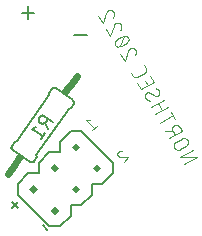
<source format=gbr>
G04 EAGLE Gerber RS-274X export*
G75*
%MOMM*%
%FSLAX34Y34*%
%LPD*%
%INSilkscreen Bottom*%
%IPPOS*%
%AMOC8*
5,1,8,0,0,1.08239X$1,22.5*%
G01*
%ADD10C,0.101600*%
%ADD11C,0.152400*%
%ADD12C,0.609600*%
%ADD13R,0.863600X0.609600*%
%ADD14C,0.127000*%
%ADD15R,0.508000X0.508000*%
%ADD16C,0.076200*%


D10*
X284666Y132774D02*
X295665Y139124D01*
X281138Y138884D01*
X292137Y145234D01*
X286231Y148407D02*
X281343Y145585D01*
X286232Y148407D02*
X286333Y148467D01*
X286432Y148531D01*
X286529Y148599D01*
X286623Y148669D01*
X286716Y148743D01*
X286805Y148819D01*
X286892Y148899D01*
X286977Y148981D01*
X287058Y149066D01*
X287137Y149154D01*
X287212Y149245D01*
X287285Y149338D01*
X287354Y149433D01*
X287420Y149531D01*
X287483Y149630D01*
X287543Y149732D01*
X287599Y149836D01*
X287651Y149941D01*
X287701Y150049D01*
X287746Y150157D01*
X287788Y150268D01*
X287826Y150379D01*
X287860Y150492D01*
X287891Y150606D01*
X287917Y150721D01*
X287940Y150836D01*
X287959Y150953D01*
X287974Y151070D01*
X287985Y151187D01*
X287992Y151305D01*
X287996Y151423D01*
X287995Y151541D01*
X287991Y151658D01*
X287982Y151776D01*
X287970Y151893D01*
X287953Y152010D01*
X287933Y152126D01*
X287909Y152242D01*
X287881Y152356D01*
X287849Y152470D01*
X287813Y152582D01*
X287774Y152693D01*
X287731Y152803D01*
X287685Y152911D01*
X287634Y153018D01*
X287581Y153123D01*
X287523Y153226D01*
X287463Y153327D01*
X287399Y153426D01*
X287331Y153523D01*
X287261Y153617D01*
X287187Y153710D01*
X287111Y153799D01*
X287031Y153886D01*
X286949Y153971D01*
X286864Y154052D01*
X286776Y154131D01*
X286685Y154206D01*
X286592Y154279D01*
X286497Y154348D01*
X286399Y154414D01*
X286300Y154477D01*
X286198Y154537D01*
X286094Y154593D01*
X285989Y154645D01*
X285881Y154695D01*
X285773Y154740D01*
X285662Y154782D01*
X285551Y154820D01*
X285438Y154854D01*
X285324Y154885D01*
X285209Y154911D01*
X285094Y154934D01*
X284977Y154953D01*
X284860Y154968D01*
X284743Y154979D01*
X284625Y154986D01*
X284507Y154990D01*
X284389Y154989D01*
X284272Y154985D01*
X284154Y154976D01*
X284037Y154964D01*
X283920Y154947D01*
X283804Y154927D01*
X283688Y154903D01*
X283574Y154875D01*
X283460Y154843D01*
X283348Y154807D01*
X283237Y154768D01*
X283127Y154725D01*
X283019Y154679D01*
X282912Y154628D01*
X282807Y154575D01*
X282704Y154517D01*
X277815Y151695D01*
X277714Y151635D01*
X277615Y151571D01*
X277518Y151503D01*
X277424Y151433D01*
X277331Y151359D01*
X277242Y151283D01*
X277155Y151203D01*
X277070Y151121D01*
X276989Y151036D01*
X276910Y150948D01*
X276835Y150857D01*
X276762Y150764D01*
X276693Y150669D01*
X276627Y150571D01*
X276564Y150472D01*
X276504Y150370D01*
X276448Y150266D01*
X276396Y150161D01*
X276346Y150053D01*
X276301Y149945D01*
X276259Y149834D01*
X276221Y149723D01*
X276187Y149610D01*
X276156Y149496D01*
X276130Y149381D01*
X276107Y149266D01*
X276088Y149149D01*
X276073Y149032D01*
X276062Y148915D01*
X276055Y148797D01*
X276051Y148679D01*
X276052Y148561D01*
X276056Y148444D01*
X276065Y148326D01*
X276077Y148209D01*
X276094Y148092D01*
X276114Y147976D01*
X276138Y147860D01*
X276166Y147746D01*
X276198Y147632D01*
X276234Y147520D01*
X276273Y147409D01*
X276316Y147299D01*
X276362Y147191D01*
X276413Y147084D01*
X276466Y146979D01*
X276524Y146876D01*
X276584Y146775D01*
X276648Y146676D01*
X276716Y146579D01*
X276786Y146485D01*
X276860Y146392D01*
X276936Y146303D01*
X277016Y146216D01*
X277098Y146131D01*
X277183Y146050D01*
X277271Y145971D01*
X277362Y145896D01*
X277455Y145823D01*
X277550Y145754D01*
X277648Y145688D01*
X277747Y145625D01*
X277849Y145565D01*
X277953Y145509D01*
X278058Y145457D01*
X278166Y145407D01*
X278274Y145362D01*
X278385Y145320D01*
X278496Y145282D01*
X278609Y145248D01*
X278723Y145217D01*
X278838Y145191D01*
X278953Y145168D01*
X279070Y145149D01*
X279187Y145134D01*
X279304Y145123D01*
X279422Y145116D01*
X279540Y145112D01*
X279658Y145113D01*
X279775Y145117D01*
X279893Y145126D01*
X280010Y145138D01*
X280127Y145155D01*
X280243Y145175D01*
X280359Y145199D01*
X280473Y145227D01*
X280587Y145259D01*
X280699Y145295D01*
X280810Y145334D01*
X280920Y145377D01*
X281028Y145423D01*
X281135Y145474D01*
X281240Y145527D01*
X281343Y145585D01*
X271872Y154934D02*
X282870Y161284D01*
X281107Y164339D01*
X281106Y164339D02*
X281046Y164440D01*
X280982Y164539D01*
X280914Y164636D01*
X280844Y164731D01*
X280770Y164823D01*
X280694Y164912D01*
X280614Y164999D01*
X280532Y165084D01*
X280447Y165165D01*
X280359Y165244D01*
X280268Y165319D01*
X280175Y165392D01*
X280080Y165461D01*
X279982Y165527D01*
X279883Y165590D01*
X279781Y165650D01*
X279677Y165706D01*
X279572Y165758D01*
X279464Y165808D01*
X279356Y165853D01*
X279245Y165895D01*
X279134Y165933D01*
X279021Y165967D01*
X278907Y165998D01*
X278792Y166024D01*
X278677Y166047D01*
X278560Y166066D01*
X278443Y166081D01*
X278326Y166092D01*
X278208Y166099D01*
X278090Y166103D01*
X277972Y166102D01*
X277855Y166098D01*
X277737Y166089D01*
X277620Y166077D01*
X277503Y166060D01*
X277387Y166040D01*
X277271Y166016D01*
X277157Y165988D01*
X277043Y165956D01*
X276931Y165920D01*
X276820Y165881D01*
X276710Y165838D01*
X276602Y165792D01*
X276495Y165741D01*
X276390Y165688D01*
X276287Y165630D01*
X276186Y165570D01*
X276087Y165506D01*
X275990Y165438D01*
X275896Y165368D01*
X275803Y165294D01*
X275714Y165218D01*
X275627Y165138D01*
X275542Y165056D01*
X275461Y164971D01*
X275382Y164883D01*
X275307Y164792D01*
X275234Y164699D01*
X275165Y164604D01*
X275099Y164506D01*
X275036Y164407D01*
X274976Y164305D01*
X274920Y164201D01*
X274868Y164096D01*
X274818Y163988D01*
X274773Y163880D01*
X274731Y163769D01*
X274693Y163658D01*
X274659Y163545D01*
X274628Y163431D01*
X274602Y163316D01*
X274579Y163201D01*
X274560Y163084D01*
X274545Y162967D01*
X274534Y162850D01*
X274527Y162732D01*
X274523Y162614D01*
X274524Y162496D01*
X274528Y162379D01*
X274537Y162261D01*
X274549Y162144D01*
X274566Y162027D01*
X274586Y161911D01*
X274610Y161795D01*
X274638Y161681D01*
X274670Y161567D01*
X274706Y161455D01*
X274745Y161344D01*
X274788Y161234D01*
X274834Y161126D01*
X274885Y161019D01*
X274938Y160914D01*
X274996Y160811D01*
X276760Y157756D01*
X274643Y161422D02*
X268344Y161044D01*
X264386Y167901D02*
X275384Y174251D01*
X273620Y177306D02*
X277148Y171195D01*
X271182Y181530D02*
X260183Y175180D01*
X266293Y178707D02*
X262766Y184818D01*
X267654Y187640D02*
X256655Y181290D01*
X251894Y189536D02*
X251843Y189628D01*
X251795Y189723D01*
X251751Y189818D01*
X251711Y189916D01*
X251674Y190015D01*
X251641Y190115D01*
X251612Y190217D01*
X251587Y190319D01*
X251565Y190422D01*
X251548Y190526D01*
X251534Y190631D01*
X251524Y190736D01*
X251518Y190841D01*
X251516Y190947D01*
X251518Y191053D01*
X251524Y191158D01*
X251534Y191263D01*
X251548Y191368D01*
X251565Y191472D01*
X251587Y191575D01*
X251612Y191677D01*
X251641Y191779D01*
X251674Y191879D01*
X251711Y191978D01*
X251751Y192076D01*
X251795Y192171D01*
X251843Y192266D01*
X251894Y192358D01*
X251949Y192448D01*
X252006Y192537D01*
X252067Y192623D01*
X252132Y192706D01*
X252199Y192788D01*
X252269Y192866D01*
X252343Y192942D01*
X252419Y193016D01*
X252497Y193086D01*
X252579Y193153D01*
X252662Y193218D01*
X252748Y193279D01*
X252837Y193336D01*
X252927Y193391D01*
X251894Y189536D02*
X251971Y189405D01*
X252052Y189277D01*
X252136Y189151D01*
X252224Y189026D01*
X252314Y188904D01*
X252408Y188785D01*
X252504Y188668D01*
X252604Y188553D01*
X252706Y188441D01*
X252811Y188331D01*
X252919Y188224D01*
X253030Y188120D01*
X253143Y188019D01*
X253259Y187921D01*
X253377Y187826D01*
X253498Y187734D01*
X253621Y187645D01*
X253746Y187559D01*
X253874Y187476D01*
X254003Y187397D01*
X254134Y187320D01*
X254268Y187248D01*
X254403Y187178D01*
X254540Y187113D01*
X254678Y187050D01*
X254818Y186991D01*
X254960Y186936D01*
X255102Y186885D01*
X255246Y186837D01*
X255392Y186792D01*
X255538Y186752D01*
X262389Y191115D02*
X262479Y191169D01*
X262568Y191227D01*
X262654Y191288D01*
X262737Y191353D01*
X262819Y191420D01*
X262897Y191490D01*
X262973Y191563D01*
X263047Y191640D01*
X263117Y191718D01*
X263184Y191799D01*
X263249Y191883D01*
X263310Y191969D01*
X263367Y192058D01*
X263422Y192148D01*
X263473Y192240D01*
X263521Y192335D01*
X263565Y192430D01*
X263605Y192528D01*
X263642Y192627D01*
X263675Y192727D01*
X263704Y192829D01*
X263729Y192931D01*
X263751Y193034D01*
X263768Y193138D01*
X263782Y193243D01*
X263792Y193348D01*
X263798Y193454D01*
X263800Y193559D01*
X263798Y193665D01*
X263792Y193770D01*
X263782Y193875D01*
X263768Y193980D01*
X263751Y194084D01*
X263729Y194187D01*
X263704Y194289D01*
X263675Y194391D01*
X263642Y194491D01*
X263605Y194590D01*
X263564Y194688D01*
X263520Y194784D01*
X263473Y194878D01*
X263422Y194970D01*
X263422Y194969D02*
X263349Y195091D01*
X263273Y195211D01*
X263194Y195329D01*
X263112Y195445D01*
X263027Y195558D01*
X262939Y195669D01*
X262848Y195778D01*
X262754Y195884D01*
X262657Y195988D01*
X262557Y196089D01*
X262455Y196187D01*
X262350Y196282D01*
X262243Y196375D01*
X262133Y196465D01*
X262021Y196552D01*
X261906Y196636D01*
X261789Y196716D01*
X261671Y196794D01*
X261550Y196868D01*
X261427Y196939D01*
X261302Y197007D01*
X261176Y197071D01*
X261048Y197132D01*
X260918Y197190D01*
X259545Y191102D02*
X259639Y191052D01*
X259734Y191005D01*
X259831Y190961D01*
X259929Y190921D01*
X260029Y190885D01*
X260130Y190852D01*
X260233Y190824D01*
X260336Y190799D01*
X260440Y190778D01*
X260545Y190761D01*
X260651Y190747D01*
X260756Y190738D01*
X260862Y190733D01*
X260969Y190731D01*
X261075Y190733D01*
X261181Y190740D01*
X261287Y190750D01*
X261392Y190764D01*
X261497Y190783D01*
X261601Y190804D01*
X261704Y190830D01*
X261806Y190860D01*
X261907Y190893D01*
X262006Y190930D01*
X262105Y190971D01*
X262201Y191016D01*
X262296Y191064D01*
X262389Y191115D01*
X255771Y193404D02*
X255677Y193454D01*
X255582Y193501D01*
X255485Y193545D01*
X255387Y193585D01*
X255287Y193621D01*
X255186Y193654D01*
X255083Y193682D01*
X254980Y193707D01*
X254876Y193728D01*
X254771Y193745D01*
X254665Y193759D01*
X254560Y193768D01*
X254454Y193773D01*
X254347Y193775D01*
X254241Y193773D01*
X254135Y193766D01*
X254029Y193756D01*
X253924Y193742D01*
X253819Y193724D01*
X253715Y193702D01*
X253612Y193676D01*
X253510Y193646D01*
X253409Y193613D01*
X253310Y193576D01*
X253211Y193535D01*
X253115Y193490D01*
X253020Y193442D01*
X252927Y193391D01*
X255771Y193404D02*
X259545Y191102D01*
X247827Y196581D02*
X245005Y201469D01*
X247827Y196581D02*
X258826Y202931D01*
X256003Y207819D01*
X251821Y203775D02*
X253937Y200109D01*
X241301Y207883D02*
X239890Y210328D01*
X241302Y207884D02*
X241357Y207794D01*
X241414Y207705D01*
X241475Y207619D01*
X241540Y207536D01*
X241607Y207454D01*
X241677Y207376D01*
X241751Y207300D01*
X241827Y207226D01*
X241905Y207156D01*
X241987Y207089D01*
X242070Y207024D01*
X242156Y206963D01*
X242245Y206906D01*
X242335Y206851D01*
X242427Y206800D01*
X242522Y206752D01*
X242618Y206708D01*
X242715Y206668D01*
X242814Y206631D01*
X242914Y206598D01*
X243016Y206569D01*
X243118Y206544D01*
X243221Y206522D01*
X243325Y206505D01*
X243430Y206491D01*
X243535Y206481D01*
X243640Y206475D01*
X243746Y206473D01*
X243852Y206475D01*
X243957Y206481D01*
X244062Y206491D01*
X244167Y206505D01*
X244271Y206522D01*
X244374Y206544D01*
X244476Y206569D01*
X244578Y206598D01*
X244678Y206631D01*
X244777Y206668D01*
X244875Y206708D01*
X244970Y206752D01*
X245065Y206800D01*
X245157Y206851D01*
X245157Y206850D02*
X251267Y210378D01*
X251357Y210433D01*
X251446Y210490D01*
X251532Y210551D01*
X251615Y210616D01*
X251697Y210683D01*
X251775Y210753D01*
X251851Y210827D01*
X251925Y210903D01*
X251995Y210981D01*
X252062Y211063D01*
X252127Y211146D01*
X252188Y211232D01*
X252245Y211321D01*
X252300Y211411D01*
X252351Y211503D01*
X252399Y211598D01*
X252443Y211693D01*
X252483Y211791D01*
X252520Y211890D01*
X252553Y211990D01*
X252582Y212092D01*
X252607Y212194D01*
X252629Y212297D01*
X252646Y212401D01*
X252660Y212506D01*
X252670Y212611D01*
X252676Y212716D01*
X252678Y212822D01*
X252676Y212927D01*
X252670Y213033D01*
X252660Y213138D01*
X252646Y213243D01*
X252629Y213347D01*
X252607Y213450D01*
X252582Y213552D01*
X252553Y213654D01*
X252520Y213754D01*
X252483Y213853D01*
X252443Y213950D01*
X252399Y214046D01*
X252351Y214141D01*
X252300Y214233D01*
X250889Y216678D01*
X243319Y229791D02*
X243262Y229886D01*
X243201Y229978D01*
X243138Y230069D01*
X243071Y230158D01*
X243001Y230244D01*
X242928Y230328D01*
X242853Y230409D01*
X242775Y230487D01*
X242693Y230563D01*
X242610Y230635D01*
X242524Y230705D01*
X242435Y230772D01*
X242344Y230835D01*
X242251Y230896D01*
X242156Y230953D01*
X242060Y231006D01*
X241961Y231057D01*
X241860Y231104D01*
X241758Y231147D01*
X241655Y231187D01*
X241550Y231223D01*
X241444Y231255D01*
X241337Y231284D01*
X241229Y231309D01*
X241120Y231330D01*
X241011Y231347D01*
X240901Y231361D01*
X240790Y231370D01*
X240680Y231376D01*
X240569Y231378D01*
X240458Y231376D01*
X240348Y231370D01*
X240237Y231361D01*
X240127Y231347D01*
X240018Y231330D01*
X239909Y231309D01*
X239801Y231284D01*
X239694Y231255D01*
X239588Y231223D01*
X239483Y231187D01*
X239380Y231147D01*
X239278Y231104D01*
X239177Y231057D01*
X239078Y231006D01*
X238982Y230953D01*
X243318Y229791D02*
X243379Y229681D01*
X243437Y229570D01*
X243491Y229457D01*
X243542Y229343D01*
X243589Y229227D01*
X243632Y229110D01*
X243672Y228991D01*
X243708Y228871D01*
X243741Y228750D01*
X243769Y228629D01*
X243794Y228506D01*
X243816Y228383D01*
X243833Y228259D01*
X243847Y228135D01*
X243857Y228010D01*
X243863Y227885D01*
X243865Y227760D01*
X243863Y227635D01*
X243858Y227510D01*
X243849Y227385D01*
X243835Y227260D01*
X243818Y227137D01*
X243798Y227013D01*
X243773Y226890D01*
X243745Y226769D01*
X243713Y226648D01*
X243677Y226528D01*
X243638Y226409D01*
X243595Y226291D01*
X243548Y226175D01*
X243498Y226061D01*
X243445Y225948D01*
X243388Y225836D01*
X243327Y225727D01*
X243263Y225619D01*
X243196Y225513D01*
X243126Y225410D01*
X243053Y225308D01*
X242976Y225209D01*
X242897Y225113D01*
X242815Y225019D01*
X237372Y228801D02*
X237401Y228913D01*
X237433Y229023D01*
X237470Y229132D01*
X237510Y229240D01*
X237554Y229347D01*
X237601Y229452D01*
X237651Y229555D01*
X237706Y229656D01*
X237763Y229756D01*
X237824Y229854D01*
X237888Y229949D01*
X237956Y230042D01*
X238026Y230133D01*
X238100Y230222D01*
X238176Y230308D01*
X238256Y230391D01*
X238338Y230472D01*
X238422Y230550D01*
X238510Y230625D01*
X238600Y230697D01*
X238692Y230766D01*
X238786Y230831D01*
X238883Y230894D01*
X238981Y230953D01*
X237372Y228801D02*
X234260Y220080D01*
X230732Y226190D01*
X233587Y233945D02*
X233802Y234073D01*
X234014Y234205D01*
X234222Y234343D01*
X234427Y234485D01*
X234629Y234633D01*
X234827Y234785D01*
X235022Y234942D01*
X235212Y235103D01*
X235399Y235269D01*
X235582Y235440D01*
X235761Y235614D01*
X235935Y235793D01*
X236105Y235976D01*
X236271Y236163D01*
X236432Y236354D01*
X236588Y236549D01*
X236740Y236747D01*
X236887Y236949D01*
X237030Y237155D01*
X237030Y237154D02*
X237095Y237232D01*
X237157Y237312D01*
X237216Y237394D01*
X237272Y237479D01*
X237324Y237566D01*
X237373Y237654D01*
X237418Y237745D01*
X237460Y237837D01*
X237498Y237931D01*
X237533Y238026D01*
X237564Y238122D01*
X237591Y238220D01*
X237614Y238318D01*
X237633Y238418D01*
X237649Y238518D01*
X237661Y238618D01*
X237669Y238719D01*
X237673Y238820D01*
X237672Y238921D01*
X237669Y239022D01*
X237661Y239123D01*
X237649Y239224D01*
X237633Y239324D01*
X237614Y239423D01*
X237590Y239522D01*
X237563Y239619D01*
X237532Y239716D01*
X237498Y239811D01*
X237459Y239904D01*
X237418Y239996D01*
X237372Y240087D01*
X237323Y240176D01*
X237271Y240262D01*
X237215Y240347D01*
X237156Y240429D01*
X237094Y240509D01*
X237029Y240587D01*
X236961Y240662D01*
X236891Y240734D01*
X236817Y240803D01*
X236741Y240870D01*
X236662Y240933D01*
X236581Y240994D01*
X236497Y241051D01*
X236412Y241105D01*
X236324Y241156D01*
X236235Y241203D01*
X236143Y241247D01*
X236050Y241287D01*
X235956Y241323D01*
X235860Y241356D01*
X235763Y241385D01*
X235665Y241410D01*
X235566Y241432D01*
X235467Y241449D01*
X235366Y241463D01*
X235266Y241473D01*
X235165Y241479D01*
X235063Y241481D01*
X234962Y241479D01*
X234861Y241473D01*
X234760Y241464D01*
X234660Y241450D01*
X234561Y241432D01*
X234560Y241432D02*
X234311Y241412D01*
X234062Y241386D01*
X233815Y241353D01*
X233568Y241315D01*
X233322Y241271D01*
X233077Y241221D01*
X232834Y241165D01*
X232591Y241104D01*
X232351Y241036D01*
X232112Y240963D01*
X231875Y240884D01*
X231640Y240800D01*
X231406Y240710D01*
X231176Y240614D01*
X230947Y240513D01*
X230721Y240407D01*
X230498Y240295D01*
X230277Y240178D01*
X230059Y240056D01*
X233587Y233945D02*
X233370Y233823D01*
X233149Y233706D01*
X232925Y233594D01*
X232699Y233488D01*
X232471Y233387D01*
X232240Y233291D01*
X232007Y233201D01*
X231772Y233117D01*
X231535Y233038D01*
X231296Y232965D01*
X231055Y232897D01*
X230813Y232836D01*
X230569Y232780D01*
X230324Y232730D01*
X230079Y232686D01*
X229832Y232648D01*
X229584Y232616D01*
X229335Y232589D01*
X229086Y232569D01*
X229087Y232568D02*
X228987Y232550D01*
X228887Y232536D01*
X228786Y232527D01*
X228685Y232521D01*
X228584Y232519D01*
X228482Y232521D01*
X228381Y232527D01*
X228281Y232537D01*
X228180Y232551D01*
X228081Y232568D01*
X227982Y232590D01*
X227884Y232615D01*
X227787Y232644D01*
X227691Y232677D01*
X227597Y232713D01*
X227504Y232753D01*
X227413Y232797D01*
X227323Y232844D01*
X227235Y232895D01*
X227150Y232949D01*
X227066Y233006D01*
X226985Y233067D01*
X226906Y233130D01*
X226830Y233197D01*
X226756Y233266D01*
X226686Y233338D01*
X226618Y233413D01*
X226553Y233491D01*
X226491Y233571D01*
X226432Y233653D01*
X226376Y233738D01*
X226324Y233824D01*
X226616Y236845D02*
X226759Y237051D01*
X226906Y237253D01*
X227058Y237451D01*
X227214Y237646D01*
X227375Y237837D01*
X227541Y238024D01*
X227711Y238207D01*
X227885Y238386D01*
X228064Y238560D01*
X228247Y238731D01*
X228434Y238897D01*
X228624Y239058D01*
X228819Y239215D01*
X229017Y239367D01*
X229219Y239515D01*
X229424Y239657D01*
X229632Y239795D01*
X229844Y239927D01*
X230059Y240055D01*
X226617Y236846D02*
X226552Y236768D01*
X226490Y236688D01*
X226431Y236606D01*
X226375Y236521D01*
X226323Y236434D01*
X226274Y236346D01*
X226229Y236255D01*
X226187Y236163D01*
X226149Y236069D01*
X226114Y235974D01*
X226083Y235878D01*
X226056Y235780D01*
X226033Y235682D01*
X226014Y235582D01*
X225998Y235482D01*
X225986Y235382D01*
X225978Y235281D01*
X225974Y235180D01*
X225975Y235079D01*
X225978Y234978D01*
X225986Y234877D01*
X225998Y234776D01*
X226014Y234676D01*
X226033Y234577D01*
X226057Y234478D01*
X226084Y234381D01*
X226115Y234284D01*
X226149Y234189D01*
X226188Y234096D01*
X226230Y234003D01*
X226275Y233913D01*
X226324Y233824D01*
X230179Y232792D02*
X233467Y241208D01*
X230974Y251172D02*
X230917Y251267D01*
X230856Y251359D01*
X230793Y251450D01*
X230726Y251539D01*
X230656Y251625D01*
X230583Y251709D01*
X230508Y251790D01*
X230430Y251868D01*
X230348Y251944D01*
X230265Y252016D01*
X230179Y252086D01*
X230090Y252153D01*
X229999Y252216D01*
X229906Y252277D01*
X229811Y252334D01*
X229715Y252387D01*
X229616Y252438D01*
X229515Y252485D01*
X229413Y252528D01*
X229310Y252568D01*
X229205Y252604D01*
X229099Y252636D01*
X228992Y252665D01*
X228884Y252690D01*
X228775Y252711D01*
X228666Y252728D01*
X228556Y252742D01*
X228445Y252751D01*
X228335Y252757D01*
X228224Y252759D01*
X228113Y252757D01*
X228003Y252751D01*
X227892Y252742D01*
X227782Y252728D01*
X227673Y252711D01*
X227564Y252690D01*
X227456Y252665D01*
X227349Y252636D01*
X227243Y252604D01*
X227138Y252568D01*
X227035Y252528D01*
X226933Y252485D01*
X226832Y252438D01*
X226733Y252387D01*
X226637Y252334D01*
X230974Y251172D02*
X231035Y251062D01*
X231093Y250951D01*
X231147Y250838D01*
X231198Y250724D01*
X231245Y250608D01*
X231288Y250491D01*
X231328Y250372D01*
X231364Y250252D01*
X231397Y250131D01*
X231425Y250010D01*
X231450Y249887D01*
X231472Y249764D01*
X231489Y249640D01*
X231503Y249516D01*
X231513Y249391D01*
X231519Y249266D01*
X231521Y249141D01*
X231519Y249016D01*
X231514Y248891D01*
X231505Y248766D01*
X231491Y248641D01*
X231474Y248518D01*
X231454Y248394D01*
X231429Y248271D01*
X231401Y248150D01*
X231369Y248029D01*
X231333Y247909D01*
X231294Y247790D01*
X231251Y247672D01*
X231204Y247556D01*
X231154Y247442D01*
X231101Y247329D01*
X231044Y247217D01*
X230983Y247108D01*
X230919Y247000D01*
X230852Y246894D01*
X230782Y246791D01*
X230709Y246689D01*
X230632Y246590D01*
X230553Y246494D01*
X230471Y246400D01*
X225027Y250182D02*
X225056Y250294D01*
X225088Y250404D01*
X225125Y250513D01*
X225165Y250621D01*
X225209Y250728D01*
X225256Y250833D01*
X225306Y250936D01*
X225361Y251037D01*
X225418Y251137D01*
X225479Y251235D01*
X225543Y251330D01*
X225611Y251423D01*
X225681Y251514D01*
X225755Y251603D01*
X225831Y251689D01*
X225911Y251772D01*
X225993Y251853D01*
X226077Y251931D01*
X226165Y252006D01*
X226255Y252078D01*
X226347Y252147D01*
X226441Y252212D01*
X226538Y252275D01*
X226636Y252334D01*
X225027Y250182D02*
X221916Y241461D01*
X218388Y247571D01*
X220465Y263024D02*
X220561Y263077D01*
X220660Y263128D01*
X220761Y263175D01*
X220863Y263218D01*
X220966Y263258D01*
X221071Y263294D01*
X221177Y263326D01*
X221284Y263355D01*
X221392Y263380D01*
X221501Y263401D01*
X221610Y263418D01*
X221720Y263432D01*
X221831Y263441D01*
X221941Y263447D01*
X222052Y263449D01*
X222163Y263447D01*
X222273Y263441D01*
X222384Y263432D01*
X222494Y263418D01*
X222603Y263401D01*
X222712Y263380D01*
X222820Y263355D01*
X222927Y263326D01*
X223033Y263294D01*
X223138Y263258D01*
X223241Y263218D01*
X223343Y263175D01*
X223444Y263128D01*
X223543Y263077D01*
X223639Y263024D01*
X223734Y262967D01*
X223827Y262906D01*
X223918Y262843D01*
X224007Y262776D01*
X224093Y262706D01*
X224176Y262634D01*
X224258Y262558D01*
X224336Y262480D01*
X224411Y262399D01*
X224484Y262315D01*
X224554Y262229D01*
X224621Y262140D01*
X224684Y262049D01*
X224745Y261957D01*
X224802Y261862D01*
X224863Y261752D01*
X224921Y261641D01*
X224975Y261528D01*
X225026Y261414D01*
X225073Y261298D01*
X225116Y261181D01*
X225156Y261062D01*
X225192Y260942D01*
X225225Y260821D01*
X225253Y260700D01*
X225278Y260577D01*
X225300Y260454D01*
X225317Y260330D01*
X225331Y260206D01*
X225341Y260081D01*
X225347Y259956D01*
X225349Y259831D01*
X225347Y259706D01*
X225342Y259581D01*
X225333Y259456D01*
X225319Y259331D01*
X225302Y259208D01*
X225282Y259084D01*
X225257Y258961D01*
X225229Y258840D01*
X225197Y258719D01*
X225161Y258599D01*
X225122Y258480D01*
X225079Y258362D01*
X225032Y258246D01*
X224982Y258132D01*
X224929Y258019D01*
X224872Y257907D01*
X224811Y257798D01*
X224747Y257690D01*
X224680Y257584D01*
X224610Y257481D01*
X224537Y257379D01*
X224460Y257280D01*
X224381Y257184D01*
X224299Y257090D01*
X218855Y260872D02*
X218884Y260984D01*
X218916Y261094D01*
X218953Y261203D01*
X218993Y261311D01*
X219037Y261418D01*
X219084Y261523D01*
X219134Y261626D01*
X219189Y261727D01*
X219246Y261827D01*
X219307Y261925D01*
X219371Y262020D01*
X219439Y262113D01*
X219509Y262204D01*
X219583Y262293D01*
X219659Y262379D01*
X219739Y262462D01*
X219821Y262543D01*
X219905Y262621D01*
X219993Y262696D01*
X220083Y262768D01*
X220175Y262837D01*
X220269Y262902D01*
X220366Y262965D01*
X220464Y263024D01*
X218855Y260872D02*
X215744Y252151D01*
X212216Y258261D01*
D11*
X202438Y242034D02*
X191601Y242034D01*
X157988Y261084D02*
X147151Y261084D01*
X152569Y255665D02*
X152569Y266502D01*
D12*
X194238Y207729D02*
X188410Y199406D01*
X141790Y132826D02*
X135962Y124503D01*
D11*
X154171Y135008D02*
X154254Y134953D01*
X154339Y134900D01*
X154426Y134852D01*
X154515Y134806D01*
X154605Y134764D01*
X154697Y134726D01*
X154791Y134691D01*
X154885Y134660D01*
X154981Y134633D01*
X155078Y134609D01*
X155176Y134590D01*
X155274Y134574D01*
X155374Y134562D01*
X155473Y134554D01*
X155573Y134550D01*
X155672Y134549D01*
X155772Y134553D01*
X155871Y134561D01*
X155971Y134572D01*
X156069Y134588D01*
X156167Y134607D01*
X156264Y134630D01*
X156360Y134657D01*
X156455Y134687D01*
X156549Y134722D01*
X156641Y134760D01*
X156731Y134801D01*
X156820Y134846D01*
X156908Y134895D01*
X156993Y134947D01*
X157076Y135002D01*
X157157Y135060D01*
X157235Y135122D01*
X157311Y135187D01*
X157384Y135254D01*
X157455Y135325D01*
X157523Y135398D01*
X157588Y135473D01*
X157650Y135552D01*
X157709Y135632D01*
X139607Y145207D02*
X139527Y145266D01*
X139448Y145328D01*
X139373Y145393D01*
X139300Y145461D01*
X139229Y145532D01*
X139162Y145605D01*
X139097Y145681D01*
X139035Y145759D01*
X138977Y145840D01*
X138922Y145923D01*
X138870Y146008D01*
X138821Y146096D01*
X138776Y146185D01*
X138735Y146275D01*
X138697Y146367D01*
X138662Y146461D01*
X138632Y146556D01*
X138605Y146652D01*
X138582Y146749D01*
X138563Y146847D01*
X138547Y146945D01*
X138536Y147045D01*
X138528Y147144D01*
X138524Y147244D01*
X138525Y147343D01*
X138529Y147443D01*
X138537Y147542D01*
X138549Y147642D01*
X138565Y147740D01*
X138584Y147838D01*
X138608Y147935D01*
X138635Y148031D01*
X138666Y148125D01*
X138701Y148219D01*
X138739Y148311D01*
X138781Y148401D01*
X138827Y148490D01*
X138875Y148577D01*
X138928Y148662D01*
X138983Y148745D01*
X172491Y196600D02*
X172550Y196680D01*
X172612Y196759D01*
X172677Y196834D01*
X172745Y196907D01*
X172816Y196978D01*
X172889Y197045D01*
X172965Y197110D01*
X173043Y197172D01*
X173124Y197230D01*
X173207Y197285D01*
X173292Y197337D01*
X173380Y197386D01*
X173469Y197431D01*
X173559Y197472D01*
X173651Y197510D01*
X173745Y197545D01*
X173840Y197575D01*
X173936Y197602D01*
X174033Y197625D01*
X174131Y197644D01*
X174229Y197660D01*
X174329Y197671D01*
X174428Y197679D01*
X174528Y197683D01*
X174627Y197682D01*
X174727Y197678D01*
X174826Y197670D01*
X174926Y197658D01*
X175024Y197642D01*
X175122Y197623D01*
X175219Y197599D01*
X175315Y197572D01*
X175409Y197541D01*
X175503Y197506D01*
X175595Y197468D01*
X175685Y197426D01*
X175774Y197380D01*
X175861Y197332D01*
X175946Y197279D01*
X176029Y197224D01*
X190593Y187025D02*
X190673Y186966D01*
X190752Y186904D01*
X190827Y186839D01*
X190900Y186771D01*
X190971Y186700D01*
X191038Y186627D01*
X191103Y186551D01*
X191165Y186473D01*
X191223Y186392D01*
X191278Y186309D01*
X191330Y186224D01*
X191379Y186136D01*
X191424Y186047D01*
X191465Y185957D01*
X191503Y185865D01*
X191538Y185771D01*
X191568Y185676D01*
X191595Y185580D01*
X191618Y185483D01*
X191637Y185385D01*
X191653Y185287D01*
X191664Y185187D01*
X191672Y185088D01*
X191676Y184988D01*
X191675Y184889D01*
X191671Y184789D01*
X191663Y184690D01*
X191651Y184590D01*
X191635Y184492D01*
X191616Y184394D01*
X191592Y184297D01*
X191565Y184201D01*
X191534Y184107D01*
X191499Y184013D01*
X191461Y183921D01*
X191419Y183831D01*
X191373Y183742D01*
X191325Y183655D01*
X191272Y183570D01*
X191217Y183487D01*
X154171Y135009D02*
X139607Y145207D01*
X157709Y135633D02*
X159894Y138754D01*
X159582Y140522D01*
X141168Y151866D02*
X138983Y148745D01*
X141168Y151866D02*
X142937Y152177D01*
X187263Y180055D02*
X189032Y180366D01*
X187263Y180055D02*
X159582Y140522D01*
X170618Y191710D02*
X170306Y193478D01*
X170618Y191710D02*
X142937Y152177D01*
X189032Y180366D02*
X191217Y183487D01*
X172491Y196599D02*
X170306Y193478D01*
X176029Y197223D02*
X190593Y187025D01*
D13*
G36*
X190761Y197449D02*
X185808Y190376D01*
X180815Y193873D01*
X185768Y200946D01*
X190761Y197449D01*
G37*
G36*
X149385Y138359D02*
X144432Y131286D01*
X139439Y134783D01*
X144392Y141856D01*
X149385Y138359D01*
G37*
D14*
X173378Y168349D02*
X164015Y174904D01*
X162194Y172304D01*
X162132Y172211D01*
X162072Y172116D01*
X162016Y172019D01*
X161964Y171920D01*
X161915Y171819D01*
X161869Y171717D01*
X161828Y171613D01*
X161790Y171507D01*
X161755Y171401D01*
X161725Y171293D01*
X161698Y171184D01*
X161676Y171074D01*
X161657Y170964D01*
X161642Y170853D01*
X161631Y170741D01*
X161623Y170629D01*
X161620Y170517D01*
X161621Y170405D01*
X161626Y170293D01*
X161634Y170181D01*
X161647Y170070D01*
X161663Y169959D01*
X161684Y169849D01*
X161708Y169740D01*
X161736Y169631D01*
X161768Y169524D01*
X161804Y169418D01*
X161844Y169313D01*
X161887Y169209D01*
X161933Y169107D01*
X161984Y169007D01*
X162038Y168909D01*
X162095Y168813D01*
X162156Y168718D01*
X162219Y168626D01*
X162287Y168537D01*
X162357Y168449D01*
X162430Y168365D01*
X162506Y168282D01*
X162585Y168203D01*
X162667Y168126D01*
X162752Y168053D01*
X162839Y167982D01*
X162928Y167915D01*
X163020Y167850D01*
X163114Y167789D01*
X163210Y167732D01*
X163308Y167678D01*
X163408Y167627D01*
X163510Y167580D01*
X163613Y167536D01*
X163718Y167496D01*
X163824Y167460D01*
X163931Y167428D01*
X164040Y167399D01*
X164149Y167374D01*
X164259Y167354D01*
X164370Y167337D01*
X164481Y167324D01*
X164593Y167314D01*
X164705Y167309D01*
X164817Y167308D01*
X164929Y167311D01*
X165041Y167318D01*
X165152Y167328D01*
X165263Y167343D01*
X165374Y167361D01*
X165484Y167384D01*
X165593Y167410D01*
X165701Y167440D01*
X165807Y167474D01*
X165913Y167511D01*
X166017Y167553D01*
X166120Y167598D01*
X166221Y167646D01*
X166320Y167698D01*
X166417Y167754D01*
X166513Y167813D01*
X166606Y167875D01*
X166697Y167941D01*
X166785Y168009D01*
X166871Y168081D01*
X166955Y168156D01*
X167036Y168234D01*
X167114Y168314D01*
X167189Y168397D01*
X167261Y168483D01*
X167330Y168571D01*
X167396Y168662D01*
X167396Y168661D02*
X169217Y171262D01*
X167032Y168141D02*
X169736Y163147D01*
X159588Y164153D02*
X155686Y163009D01*
X165049Y156453D01*
X166870Y159053D02*
X163228Y153852D01*
D11*
X179660Y152081D02*
X188640Y161061D01*
X179660Y152081D02*
X179660Y143101D01*
X170680Y143101D01*
X161699Y134120D01*
X161699Y125140D01*
X188640Y161061D02*
X197620Y161061D01*
X161699Y125140D02*
X152719Y125140D01*
X143739Y116160D01*
X143739Y107180D01*
X170680Y80239D01*
X206601Y116160D02*
X215581Y116160D01*
X197620Y98199D02*
X188640Y98199D01*
X197620Y98199D02*
X206601Y107180D01*
X206601Y116160D01*
X224561Y134120D02*
X197620Y161061D01*
X224561Y134120D02*
X224561Y125140D01*
X215581Y116160D01*
X179660Y80239D02*
X170680Y80239D01*
X179660Y80239D02*
X188640Y89219D01*
X188640Y98199D01*
D14*
X144188Y95954D02*
X138800Y101342D01*
X138800Y95954D02*
X144188Y101342D01*
D15*
G36*
X189538Y111670D02*
X193130Y115262D01*
X196722Y111670D01*
X193130Y108078D01*
X189538Y111670D01*
G37*
G36*
X207499Y129630D02*
X211091Y133222D01*
X214683Y129630D01*
X211091Y126038D01*
X207499Y129630D01*
G37*
G36*
X171578Y93709D02*
X175170Y97301D01*
X178762Y93709D01*
X175170Y90117D01*
X171578Y93709D01*
G37*
G36*
X189538Y147591D02*
X193130Y151183D01*
X196722Y147591D01*
X193130Y143999D01*
X189538Y147591D01*
G37*
G36*
X171578Y129630D02*
X175170Y133222D01*
X178762Y129630D01*
X175170Y126038D01*
X171578Y129630D01*
G37*
G36*
X153617Y111670D02*
X157209Y115262D01*
X160801Y111670D01*
X157209Y108078D01*
X153617Y111670D01*
G37*
D14*
X165292Y81137D02*
X168884Y77545D01*
D16*
X202061Y170351D02*
X205383Y170720D01*
X202061Y170351D02*
X208706Y163705D01*
X210552Y165551D02*
X206860Y161859D01*
X228816Y143226D02*
X228751Y143157D01*
X228688Y143087D01*
X228628Y143013D01*
X228571Y142938D01*
X228517Y142860D01*
X228467Y142780D01*
X228420Y142698D01*
X228376Y142614D01*
X228335Y142528D01*
X228298Y142441D01*
X228264Y142353D01*
X228234Y142263D01*
X228208Y142172D01*
X228185Y142080D01*
X228166Y141988D01*
X228151Y141894D01*
X228140Y141800D01*
X228132Y141706D01*
X228128Y141611D01*
X228128Y141517D01*
X228132Y141422D01*
X228140Y141328D01*
X228151Y141234D01*
X228166Y141140D01*
X228185Y141048D01*
X228208Y140956D01*
X228234Y140865D01*
X228264Y140775D01*
X228298Y140687D01*
X228335Y140600D01*
X228376Y140514D01*
X228420Y140430D01*
X228467Y140348D01*
X228517Y140268D01*
X228571Y140190D01*
X228628Y140115D01*
X228688Y140041D01*
X228751Y139971D01*
X228816Y139902D01*
X228817Y143225D02*
X228895Y143300D01*
X228976Y143373D01*
X229059Y143442D01*
X229145Y143509D01*
X229233Y143572D01*
X229323Y143632D01*
X229415Y143689D01*
X229510Y143743D01*
X229606Y143793D01*
X229704Y143839D01*
X229803Y143882D01*
X229904Y143922D01*
X230007Y143957D01*
X230110Y143989D01*
X230215Y144018D01*
X230320Y144042D01*
X230427Y144063D01*
X230534Y144080D01*
X230642Y144093D01*
X230750Y144102D01*
X230858Y144108D01*
X230966Y144109D01*
X231075Y144106D01*
X231183Y144100D01*
X231291Y144090D01*
X231399Y144076D01*
X231505Y144058D01*
X231612Y144036D01*
X231717Y144010D01*
X231821Y143981D01*
X231925Y143948D01*
X232027Y143911D01*
X232127Y143870D01*
X232226Y143826D01*
X232324Y143779D01*
X230663Y139165D02*
X230565Y139164D01*
X230468Y139168D01*
X230371Y139175D01*
X230274Y139185D01*
X230178Y139200D01*
X230083Y139218D01*
X229988Y139240D01*
X229894Y139265D01*
X229801Y139294D01*
X229709Y139327D01*
X229619Y139363D01*
X229530Y139403D01*
X229443Y139446D01*
X229357Y139492D01*
X229274Y139541D01*
X229192Y139594D01*
X229112Y139650D01*
X229035Y139709D01*
X228960Y139771D01*
X228887Y139836D01*
X228817Y139903D01*
X230663Y139164D02*
X237493Y138610D01*
X233801Y134919D01*
M02*

</source>
